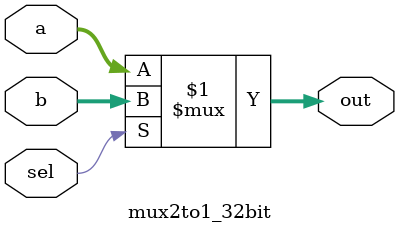
<source format=v>
module mux2to1_32bit(a, b, sel, out);
input[31:0] a, b;
input sel;
output[31:0] out;

assign out = (sel) ? b : a;

endmodule
</source>
